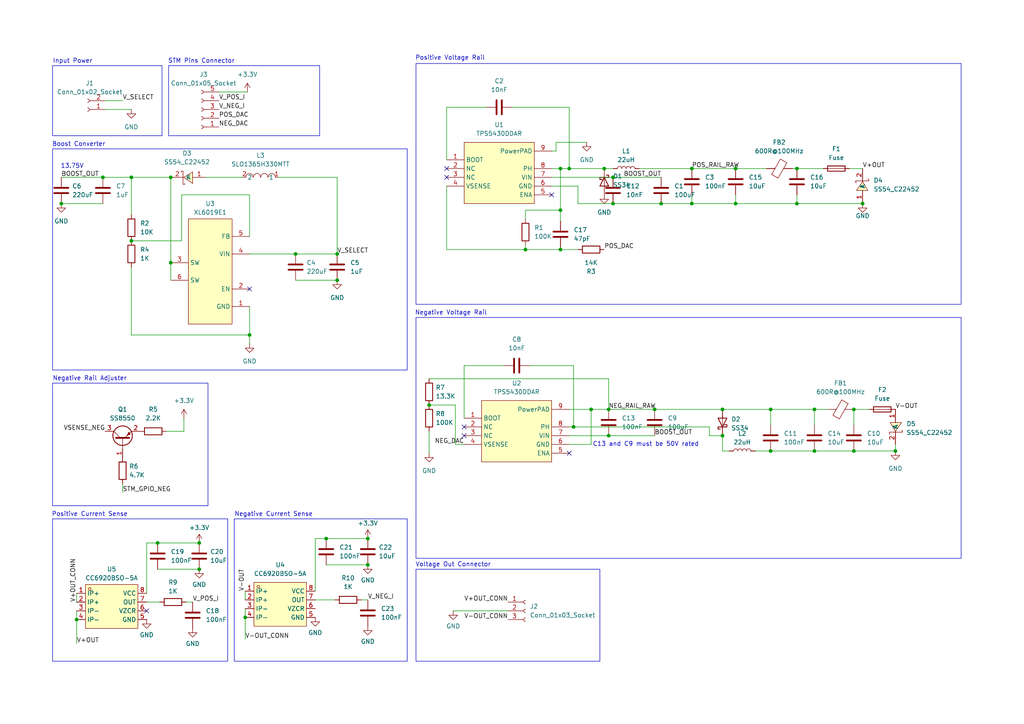
<source format=kicad_sch>
(kicad_sch (version 20250114) (generator "eeschema") (generator_version "9.0")
  (paper "A4")
  (lib_symbols
    (symbol "Connector:Conn_01x02_Socket" (pin_names (offset 1.016) (hide yes))
      (property "Reference" "J" (at 0 2.54 0))
      (property "Value" "Conn_01x02_Socket" (at 0 -5.08 0))
      (symbol "Conn_01x02_Socket_1_1"
        (polyline (pts (xy -1.27 0) (xy -0.508 0)) (stroke (width 0.1524)))
        (polyline (pts (xy -1.27 -2.54) (xy -0.508 -2.54)) (stroke (width 0.1524)))
        (arc (start 0 -0.508) (mid -0.5058 0) (end 0 0.508) (stroke (width 0.1524)))
        (arc (start 0 -3.048) (mid -0.5058 -2.54) (end 0 -2.032) (stroke (width 0.1524)))
        (pin passive line (at -5.08 0 0) (length 3.81) (name "Pin_1") (number "1"))
        (pin passive line (at -5.08 -2.54 0) (length 3.81) (name "Pin_2") (number "2"))
      )
    )
    (symbol "Connector:Conn_01x03_Socket" (pin_names (offset 1.016) (hide yes))
      (property "Reference" "J" (at 0 5.08 0))
      (property "Value" "Conn_01x03_Socket" (at 0 -5.08 0))
      (symbol "Conn_01x03_Socket_1_1"
        (polyline (pts (xy -1.27 2.54) (xy -0.508 2.54)) (stroke (width 0.1524)))
        (polyline (pts (xy -1.27 0) (xy -0.508 0)) (stroke (width 0.1524)))
        (polyline (pts (xy -1.27 -2.54) (xy -0.508 -2.54)) (stroke (width 0.1524)))
        (arc (start 0 2.032) (mid -0.5058 2.54) (end 0 3.048) (stroke (width 0.1524)))
        (arc (start 0 -0.508) (mid -0.5058 0) (end 0 0.508) (stroke (width 0.1524)))
        (arc (start 0 -3.048) (mid -0.5058 -2.54) (end 0 -2.032) (stroke (width 0.1524)))
        (pin passive line (at -5.08 2.54 0) (length 3.81) (name "Pin_1") (number "1"))
        (pin passive line (at -5.08 0 0) (length 3.81) (name "Pin_2") (number "2"))
        (pin passive line (at -5.08 -2.54 0) (length 3.81) (name "Pin_3") (number "3"))
      )
    )
    (symbol "Connector:Conn_01x05_Socket" (pin_names (offset 1.016) (hide yes))
      (property "Reference" "J" (at 0 7.62 0))
      (property "Value" "Conn_01x05_Socket" (at 0 -7.62 0))
      (symbol "Conn_01x05_Socket_1_1"
        (polyline (pts (xy -1.27 5.08) (xy -0.508 5.08)) (stroke (width 0.1524)))
        (polyline (pts (xy -1.27 2.54) (xy -0.508 2.54)) (stroke (width 0.1524)))
        (polyline (pts (xy -1.27 0) (xy -0.508 0)) (stroke (width 0.1524)))
        (polyline (pts (xy -1.27 -2.54) (xy -0.508 -2.54)) (stroke (width 0.1524)))
        (polyline (pts (xy -1.27 -5.08) (xy -0.508 -5.08)) (stroke (width 0.1524)))
        (arc (start 0 4.572) (mid -0.5058 5.08) (end 0 5.588) (stroke (width 0.1524)))
        (arc (start 0 2.032) (mid -0.5058 2.54) (end 0 3.048) (stroke (width 0.1524)))
        (arc (start 0 -0.508) (mid -0.5058 0) (end 0 0.508) (stroke (width 0.1524)))
        (arc (start 0 -3.048) (mid -0.5058 -2.54) (end 0 -2.032) (stroke (width 0.1524)))
        (arc (start 0 -5.588) (mid -0.5058 -5.08) (end 0 -4.572) (stroke (width 0.1524)))
        (pin passive line (at -5.08 5.08 0) (length 3.81) (name "Pin_1") (number "1"))
        (pin passive line (at -5.08 2.54 0) (length 3.81) (name "Pin_2") (number "2"))
        (pin passive line (at -5.08 0 0) (length 3.81) (name "Pin_3") (number "3"))
        (pin passive line (at -5.08 -2.54 0) (length 3.81) (name "Pin_4") (number "4"))
        (pin passive line (at -5.08 -5.08 0) (length 3.81) (name "Pin_5") (number "5"))
      )
    )
    (symbol "Device:C" (pin_numbers (hide yes)) (pin_names (offset 0.254))
      (property "Reference" "C" (at 0.635 2.54 0))
      (property "Value" "C" (at 0.635 -2.54 0))
      (symbol "C_0_1"
        (polyline (pts (xy -2.032 0.762) (xy 2.032 0.762)) (stroke (width 0.508)))
        (polyline (pts (xy -2.032 -0.762) (xy 2.032 -0.762)) (stroke (width 0.508)))
      )
      (symbol "C_1_1"
        (pin passive line (at 0 3.81 270) (length 2.794) (name "~") (number "1"))
        (pin passive line (at 0 -3.81 90) (length 2.794) (name "~") (number "2"))
      )
    )
    (symbol "Device:FerriteBead" (pin_numbers (hide yes)) (pin_names (offset 0))
      (property "Reference" "FB" (at -3.81 0.635 90))
      (property "Value" "FerriteBead" (at 3.81 0 90))
      (symbol "FerriteBead_0_1"
        (polyline (pts (xy -2.7686 0.4064) (xy -1.7018 2.2606) (xy 2.7686 -0.3048) (xy 1.6764 -2.159) (xy -2.7686 0.4064)))
        (polyline (pts (xy 0 1.27) (xy 0 1.2954)))
        (polyline (pts (xy 0 -1.27) (xy 0 -1.2192)))
      )
      (symbol "FerriteBead_1_1"
        (pin passive line (at 0 3.81 270) (length 2.54) (name "~") (number "1"))
        (pin passive line (at 0 -3.81 90) (length 2.54) (name "~") (number "2"))
      )
    )
    (symbol "Device:Fuse" (pin_numbers (hide yes)) (pin_names (offset 0))
      (property "Reference" "F" (at 2.032 0 90))
      (property "Value" "Fuse" (at -1.905 0 90))
      (symbol "Fuse_0_1"
        (rectangle (start -0.762 -2.54) (end 0.762 2.54) (stroke (width 0.254)))
        (polyline (pts (xy 0 2.54) (xy 0 -2.54)))
      )
      (symbol "Fuse_1_1"
        (pin passive line (at 0 3.81 270) (length 1.27) (name "~") (number "1"))
        (pin passive line (at 0 -3.81 90) (length 1.27) (name "~") (number "2"))
      )
    )
    (symbol "Device:L" (pin_numbers (hide yes)) (pin_names (offset 1.016) (hide yes))
      (property "Reference" "L" (at -1.27 0 90))
      (property "Value" "L" (at 1.905 0 90))
      (symbol "L_0_1"
        (arc (start 0 2.54) (mid 0.6323 1.905) (end 0 1.27))
        (arc (start 0 1.27) (mid 0.6323 0.635) (end 0 0))
        (arc (start 0 0) (mid 0.6323 -0.635) (end 0 -1.27))
        (arc (start 0 -1.27) (mid 0.6323 -1.905) (end 0 -2.54))
      )
      (symbol "L_1_1"
        (pin passive line (at 0 3.81 270) (length 1.27) (name "1") (number "1"))
        (pin passive line (at 0 -3.81 90) (length 1.27) (name "2") (number "2"))
      )
    )
    (symbol "Device:R" (pin_numbers (hide yes)) (pin_names (offset 0))
      (property "Reference" "R" (at 2.032 0 90))
      (property "Value" "R" (at 0 0 90))
      (symbol "R_0_1"
        (rectangle (start -1.016 -2.54) (end 1.016 2.54) (stroke (width 0.254)))
      )
      (symbol "R_1_1"
        (pin passive line (at 0 3.81 270) (length 1.27) (name "~") (number "1"))
        (pin passive line (at 0 -3.81 90) (length 1.27) (name "~") (number "2"))
      )
    )
    (symbol "Diode:SS34" (pin_numbers (hide yes)) (pin_names (offset 1.016) (hide yes))
      (property "Reference" "D" (at 0 2.54 0))
      (property "Value" "SS34" (at 0 -2.54 0))
      (symbol "SS34_0_1"
        (polyline (pts (xy -1.905 0.635) (xy -1.905 1.27) (xy -1.27 1.27) (xy -1.27 -1.27) (xy -0.635 -1.27) (xy -0.635 -0.635)) (stroke (width 0.254)))
        (polyline (pts (xy 1.27 1.27) (xy 1.27 -1.27) (xy -1.27 0) (xy 1.27 1.27)) (stroke (width 0.254)))
        (polyline (pts (xy 1.27 0) (xy -1.27 0)))
      )
      (symbol "SS34_1_1"
        (pin passive line (at -3.81 0 0) (length 2.54) (name "K") (number "1"))
        (pin passive line (at 3.81 0 180) (length 2.54) (name "A") (number "2"))
      )
    )
    (symbol "ROCKETRY_EASYEDA:TPS5430DDAR"
      (property "Reference" "U" (at 0 11.43 0))
      (property "Value" "TPS5430DDAR" (at 0 -11.43 0))
      (symbol "TPS5430DDAR_0_1"
        (rectangle (start -10.16 8.89) (end 10.16 -8.89) (fill (type background)))
        (pin unspecified line (at -15.24 3.81 0) (length 5.08) (name "BOOT") (number "1"))
        (pin unspecified line (at -15.24 1.27 0) (length 5.08) (name "NC") (number "2"))
        (pin unspecified line (at -15.24 -1.27 0) (length 5.08) (name "NC") (number "3"))
        (pin unspecified line (at -15.24 -3.81 0) (length 5.08) (name "VSENSE") (number "4"))
        (pin unspecified line (at 15.24 6.35 180) (length 5.08) (name "PowerPAD") (number "9"))
        (pin unspecified line (at 15.24 1.27 180) (length 5.08) (name "PH") (number "8"))
        (pin unspecified line (at 15.24 -1.27 180) (length 5.08) (name "VIN") (number "7"))
        (pin unspecified line (at 15.24 -3.81 180) (length 5.08) (name "GND") (number "6"))
        (pin unspecified line (at 15.24 -6.35 180) (length 5.08) (name "ENA") (number "5"))
      )
    )
    (symbol "Rocketry_Easyeda:CC6920BSO-5A"
      (property "Reference" "U" (at 0 8.89 0))
      (property "Value" "CC6920BSO-5A" (at 0 -8.89 0))
      (symbol "CC6920BSO-5A_0_1"
        (rectangle (start -7.62 6.35) (end 7.62 -6.35) (fill (type background)))
        (circle (center -6.35 5.08) (radius 0.38))
        (pin unspecified line (at -10.16 3.81 0) (length 2.54) (name "IP+") (number "1"))
        (pin unspecified line (at -10.16 1.27 0) (length 2.54) (name "IP+") (number "2"))
        (pin unspecified line (at -10.16 -1.27 0) (length 2.54) (name "IP-") (number "3"))
        (pin unspecified line (at -10.16 -3.81 0) (length 2.54) (name "IP-") (number "4"))
        (pin unspecified line (at 10.16 3.81 180) (length 2.54) (name "VCC") (number "8"))
        (pin unspecified line (at 10.16 1.27 180) (length 2.54) (name "OUT") (number "7"))
        (pin unspecified line (at 10.16 -1.27 180) (length 2.54) (name "VZCR") (number "6"))
        (pin unspecified line (at 10.16 -3.81 180) (length 2.54) (name "GND") (number "5"))
      )
    )
    (symbol "Rocketry_Easyeda:SLO1365H330MTT"
      (property "Reference" "L" (at 0 5.08 0))
      (property "Value" "SLO1365H330MTT" (at 0 -5.08 0))
      (symbol "SLO1365H330MTT_0_1"
        (arc (start -2.27 -0.02) (mid -3.28 -1.1255) (end -4.29 -0.02))
        (arc (start -0.11 -0.02) (mid -1.12 -1.1204) (end -2.13 -0.02))
        (arc (start 2.04 -0.02) (mid 1.03 -1.1204) (end 0.02 -0.02))
        (arc (start 4.23 -0.02) (mid 3.22 -1.1204) (end 2.21 -0.02))
        (pin unspecified line (at -5.08 0 0) (length 0.762) (name "1") (number "1"))
        (pin unspecified line (at 5.08 0 180) (length 0.762) (name "2") (number "2"))
      )
    )
    (symbol "Rocketry_Easyeda:SS54_C22452"
      (property "Reference" "D" (at 0 5.08 0))
      (property "Value" "SS54_C22452" (at 0 -5.08 0))
      (symbol "SS54_C22452_0_1"
        (polyline (pts (xy -2.03 1.52) (xy -2.03 1.78) (xy -1.52 1.78) (xy -1.52 -2.03) (xy -1.02 -2.03) (xy -1.02 -1.78)))
        (polyline (pts (xy 1.27 1.52) (xy -1.27 0) (xy 1.27 -1.78) (xy 1.27 1.52)) (fill (type background)))
        (pin unspecified line (at -5.08 0 0) (length 3.81) (name "K") (number "2"))
        (pin unspecified line (at 5.08 0 180) (length 3.81) (name "A") (number "1"))
      )
    )
    (symbol "Rocketry_Easyeda:XL6019E1"
      (property "Reference" "U" (at 0 15.24 0))
      (property "Value" "XL6019E1" (at 0 -15.24 0))
      (symbol "XL6019E1_0_1"
        (rectangle (start -6.35 15.24) (end 6.35 -15.24) (fill (type background)))
        (pin unspecified line (at -11.43 2.54 0) (length 5.08) (name "SW") (number "3"))
        (pin unspecified line (at -11.43 -2.54 0) (length 5.08) (name "SW") (number "6"))
        (pin unspecified line (at 11.43 10.16 180) (length 5.08) (name "FB") (number "5"))
        (pin unspecified line (at 11.43 5.08 180) (length 5.08) (name "VIN") (number "4"))
        (pin unspecified line (at 11.43 -5.08 180) (length 5.08) (name "EN") (number "2"))
        (pin unspecified line (at 11.43 -10.16 180) (length 5.08) (name "GND") (number "1"))
      )
    )
    (symbol "Transistor_BJT:SS8550" (pin_names (offset 0) (hide yes))
      (property "Reference" "Q" (at 5.08 1.905 0))
      (property "Value" "SS8550" (at 5.08 0 0))
      (symbol "SS8550_0_1"
        (polyline (pts (xy -2.54 0) (xy 0.635 0)))
        (polyline (pts (xy 0.635 1.905) (xy 0.635 -1.905)) (stroke (width 0.508)))
        (polyline (pts (xy 0.635 0.635) (xy 2.54 2.54)))
        (polyline (pts (xy 0.635 -0.635) (xy 2.54 -2.54)))
        (circle (center 1.27 0) (radius 2.8194) (stroke (width 0.254)))
        (polyline (pts (xy 2.286 -1.778) (xy 1.778 -2.286) (xy 1.27 -1.27) (xy 2.286 -1.778)) (fill (type outline)))
      )
      (symbol "SS8550_1_1"
        (pin input line (at -5.08 0 0) (length 2.54) (name "B") (number "1"))
        (pin passive line (at 2.54 5.08 270) (length 2.54) (name "C") (number "3"))
        (pin passive line (at 2.54 -5.08 90) (length 2.54) (name "E") (number "2"))
      )
    )
    (symbol "power:+3.3V" (power) (pin_numbers (hide yes)) (pin_names (offset 0) (hide yes))
      (property "Value" "+3.3V" (at 0 3.556 0))
      (symbol "+3.3V_0_1"
        (polyline (pts (xy -0.762 1.27) (xy 0 2.54)))
        (polyline (pts (xy 0 2.54) (xy 0.762 1.27)))
        (polyline (pts (xy 0 0) (xy 0 2.54)))
      )
      (symbol "+3.3V_1_1"
        (pin power_in line (at 0 0 90) (length 0) (name "~") (number "1"))
      )
    )
    (symbol "power:GND" (power) (pin_numbers (hide yes)) (pin_names (offset 0) (hide yes))
      (property "Value" "GND" (at 0 -3.81 0))
      (symbol "GND_0_1"
        (polyline (pts (xy 0 0) (xy 0 -1.27) (xy 1.27 -1.27) (xy 0 -2.54) (xy -1.27 -1.27) (xy 0 -1.27)))
      )
      (symbol "GND_1_1"
        (pin power_in line (at 0 0 270) (length 0) (name "~") (number "1"))
      )
    )
  )
  (rectangle (start 120.65 165.1) (end 173.99 191.77))
  (rectangle (start 67.945 150.495) (end 118.11 191.77))
  (rectangle (start 15.24 19.05) (end 46.99 39.37))
  (rectangle (start 15.24 43.18) (end 118.11 107.315))
  (rectangle (start 120.65 92.075) (end 278.765 161.925))
  (rectangle (start 120.65 18.415) (end 278.765 88.265))
  (rectangle (start 15.24 111.125) (end 60.325 146.685))
  (rectangle (start 15.24 150.495) (end 66.04 191.77))
  (rectangle (start 48.895 19.05) (end 92.71 39.37))
  (text "Boost Converter" (at 22.86 41.91 0) (effects (font (size 1.27 1.27))))
  (text "Voltage Out Connector" (at 131.445 163.83 0) (effects (font (size 1.27 1.27))))
  (text "STM Pins Connector" (at 58.42 17.78 0) (effects (font (size 1.27 1.27))))
  (text "Positive Voltage Rail" (at 130.556 16.891 0) (effects (font (size 1.27 1.27))))
  (text "Input Power" (at 21.082 17.78 0) (effects (font (size 1.27 1.27))))
  (text "13.75V" (at 20.955 48.26 0) (effects (font (size 1.27 1.27))))
  (text "Negative Voltage Rail" (at 130.81 90.805 0) (effects (font (size 1.27 1.27))))
  (text "Positive Current Sense" (at 26.035 149.225 0) (effects (font (size 1.27 1.27))))
  (text "Negative Rail Adjuster" (at 26.035 109.855 0) (effects (font (size 1.27 1.27))))
  (text "C13 and C9 must be 50V rated" (at 187.325 128.905 0) (effects (font (size 1.27 1.27))))
  (text "Negative Current Sense" (at 79.375 149.225 0) (effects (font (size 1.27 1.27))))
  (junction (at 165.1 48.895))
  (junction (at 22.225 179.705))
  (junction (at 191.77 59.055))
  (junction (at 162.56 60.96))
  (junction (at 152.4 72.39))
  (junction (at 177.8 51.435))
  (junction (at 247.65 118.745))
  (junction (at 177.8 59.055))
  (junction (at 213.36 48.895))
  (junction (at 57.785 157.48))
  (junction (at 49.53 51.435))
  (junction (at 250.19 59.055))
  (junction (at 162.56 72.39))
  (junction (at 97.79 73.66))
  (junction (at 97.79 81.28))
  (junction (at 124.46 117.475))
  (junction (at 236.22 118.745))
  (junction (at 231.14 48.895))
  (junction (at 166.37 123.825))
  (junction (at 57.785 165.1))
  (junction (at 106.68 156.21))
  (junction (at 200.66 48.895))
  (junction (at 49.53 76.2))
  (junction (at 85.725 73.66))
  (junction (at 231.14 59.055))
  (junction (at 236.22 130.81))
  (junction (at 259.715 130.81))
  (junction (at 94.615 156.21))
  (junction (at 200.66 59.055))
  (junction (at 71.12 179.07))
  (junction (at 162.56 48.895))
  (junction (at 247.65 130.81))
  (junction (at 213.36 59.055))
  (junction (at 17.78 59.055))
  (junction (at 171.45 118.745))
  (junction (at 176.53 126.365))
  (junction (at 175.26 48.895))
  (junction (at 223.52 118.745))
  (junction (at 209.55 126.365))
  (junction (at 38.1 51.435))
  (junction (at 106.68 163.83))
  (junction (at 209.55 118.745))
  (junction (at 45.72 157.48))
  (junction (at 72.39 97.155))
  (junction (at 223.52 130.81))
  (junction (at 38.1 69.85))
  (junction (at 176.53 118.745))
  (junction (at 189.865 118.745))
  (junction (at 29.845 51.435))
  (no_connect (at 165.1 131.445))
  (no_connect (at 72.39 83.82))
  (no_connect (at 129.54 48.895))
  (no_connect (at 134.62 123.825))
  (no_connect (at 160.02 56.515))
  (no_connect (at 42.545 177.165))
  (no_connect (at 134.62 126.365))
  (no_connect (at 129.54 51.435))
  (wire (pts (xy 185.42 48.895) (xy 200.66 48.895)))
  (wire (pts (xy 132.08 117.475) (xy 132.08 128.905)))
  (wire (pts (xy 72.39 97.155) (xy 72.39 88.9)))
  (wire (pts (xy 177.8 51.435) (xy 191.77 51.435)))
  (wire (pts (xy 247.65 118.745) (xy 252.095 118.745)))
  (wire (pts (xy 162.56 64.135) (xy 162.56 60.96)))
  (wire (pts (xy 152.4 60.96) (xy 152.4 63.5)))
  (wire (pts (xy 161.29 41.275) (xy 170.18 41.275)))
  (wire (pts (xy 38.1 51.435) (xy 38.1 62.23)))
  (wire (pts (xy 166.37 123.825) (xy 205.74 123.825)))
  (wire (pts (xy 162.56 72.39) (xy 167.64 72.39)))
  (wire (pts (xy 165.1 118.745) (xy 171.45 118.745)))
  (wire (pts (xy 205.74 126.365) (xy 209.55 126.365)))
  (wire (pts (xy 213.36 59.055) (xy 200.66 59.055)))
  (wire (pts (xy 71.12 171.45) (xy 71.12 173.99)))
  (wire (pts (xy 85.725 73.66) (xy 72.39 73.66)))
  (wire (pts (xy 247.65 130.81) (xy 236.22 130.81)))
  (wire (pts (xy 124.46 125.095) (xy 124.46 131.445)))
  (wire (pts (xy 38.1 31.75) (xy 30.48 31.75)))
  (wire (pts (xy 22.225 179.705) (xy 22.225 186.69)))
  (wire (pts (xy 161.29 41.275) (xy 161.29 43.815)))
  (wire (pts (xy 176.53 109.855) (xy 176.53 118.745)))
  (wire (pts (xy 29.845 51.435) (xy 38.1 51.435)))
  (wire (pts (xy 219.075 130.81) (xy 223.52 130.81)))
  (wire (pts (xy 52.705 69.85) (xy 52.705 56.515)))
  (wire (pts (xy 71.12 179.07) (xy 71.12 185.42)))
  (wire (pts (xy 57.785 157.48) (xy 45.72 157.48)))
  (wire (pts (xy 189.865 118.745) (xy 209.55 118.745)))
  (wire (pts (xy 38.1 51.435) (xy 49.53 51.435)))
  (wire (pts (xy 17.78 51.435) (xy 29.845 51.435)))
  (wire (pts (xy 53.975 174.625) (xy 55.88 174.625)))
  (wire (pts (xy 200.66 48.895) (xy 213.36 48.895)))
  (wire (pts (xy 213.36 56.515) (xy 213.36 59.055)))
  (wire (pts (xy 231.14 59.055) (xy 250.19 59.055)))
  (wire (pts (xy 165.1 123.825) (xy 166.37 123.825)))
  (wire (pts (xy 148.59 31.115) (xy 165.1 31.115)))
  (wire (pts (xy 223.52 118.745) (xy 223.52 123.19)))
  (wire (pts (xy 42.545 157.48) (xy 42.545 172.085)))
  (wire (pts (xy 160.02 51.435) (xy 177.8 51.435)))
  (wire (pts (xy 176.53 118.745) (xy 189.865 118.745)))
  (wire (pts (xy 166.37 106.045) (xy 166.37 123.825)))
  (wire (pts (xy 52.705 56.515) (xy 72.39 56.515)))
  (wire (pts (xy 104.775 173.99) (xy 106.68 173.99)))
  (wire (pts (xy 38.1 69.85) (xy 52.705 69.85)))
  (wire (pts (xy 162.56 48.895) (xy 165.1 48.895)))
  (wire (pts (xy 152.4 72.39) (xy 129.54 72.39)))
  (wire (pts (xy 229.87 48.895) (xy 231.14 48.895)))
  (wire (pts (xy 236.22 130.81) (xy 223.52 130.81)))
  (wire (pts (xy 71.12 176.53) (xy 71.12 179.07)))
  (wire (pts (xy 85.725 73.66) (xy 97.79 73.66)))
  (wire (pts (xy 160.02 48.895) (xy 162.56 48.895)))
  (wire (pts (xy 259.715 130.81) (xy 247.65 130.81)))
  (wire (pts (xy 132.08 128.905) (xy 134.62 128.905)))
  (wire (pts (xy 152.4 72.39) (xy 162.56 72.39)))
  (wire (pts (xy 124.46 109.855) (xy 176.53 109.855)))
  (wire (pts (xy 171.45 118.745) (xy 171.45 128.905)))
  (wire (pts (xy 97.155 173.99) (xy 91.44 173.99)))
  (wire (pts (xy 167.64 59.055) (xy 177.8 59.055)))
  (wire (pts (xy 35.56 142.875) (xy 35.56 140.335)))
  (wire (pts (xy 191.77 59.055) (xy 200.66 59.055)))
  (wire (pts (xy 177.8 59.055) (xy 191.77 59.055)))
  (wire (pts (xy 134.62 106.045) (xy 146.05 106.045)))
  (wire (pts (xy 213.36 48.895) (xy 222.25 48.895)))
  (wire (pts (xy 153.67 106.045) (xy 166.37 106.045)))
  (wire (pts (xy 91.44 156.21) (xy 91.44 171.45)))
  (wire (pts (xy 129.54 46.355) (xy 129.54 31.115)))
  (wire (pts (xy 259.715 128.905) (xy 259.715 130.81)))
  (wire (pts (xy 152.4 71.12) (xy 152.4 72.39)))
  (wire (pts (xy 45.72 157.48) (xy 42.545 157.48)))
  (wire (pts (xy 38.1 77.47) (xy 38.1 97.155)))
  (wire (pts (xy 131.445 177.165) (xy 147.32 177.165)))
  (wire (pts (xy 209.55 130.81) (xy 209.55 126.365)))
  (wire (pts (xy 162.56 60.96) (xy 152.4 60.96)))
  (wire (pts (xy 71.755 26.67) (xy 63.5 26.67)))
  (wire (pts (xy 236.22 118.745) (xy 240.03 118.745)))
  (wire (pts (xy 231.14 48.895) (xy 238.76 48.895)))
  (wire (pts (xy 162.56 48.895) (xy 162.56 60.96)))
  (wire (pts (xy 205.74 123.825) (xy 205.74 126.365)))
  (wire (pts (xy 48.26 125.095) (xy 53.34 125.095)))
  (wire (pts (xy 165.1 48.895) (xy 175.26 48.895)))
  (wire (pts (xy 129.54 31.115) (xy 140.97 31.115)))
  (wire (pts (xy 22.225 172.085) (xy 22.225 174.625)))
  (wire (pts (xy 45.72 165.1) (xy 57.785 165.1)))
  (wire (pts (xy 161.29 43.815) (xy 160.02 43.815)))
  (wire (pts (xy 165.1 126.365) (xy 176.53 126.365)))
  (wire (pts (xy 200.66 56.515) (xy 200.66 59.055)))
  (wire (pts (xy 106.68 156.21) (xy 94.615 156.21)))
  (wire (pts (xy 42.545 174.625) (xy 46.355 174.625)))
  (wire (pts (xy 49.53 51.435) (xy 49.53 76.2)))
  (wire (pts (xy 171.45 118.745) (xy 176.53 118.745)))
  (wire (pts (xy 176.53 126.365) (xy 189.865 126.365)))
  (wire (pts (xy 30.48 29.21) (xy 35.56 29.21)))
  (wire (pts (xy 38.1 97.155) (xy 72.39 97.155)))
  (wire (pts (xy 17.78 59.055) (xy 29.845 59.055)))
  (wire (pts (xy 223.52 118.745) (xy 236.22 118.745)))
  (wire (pts (xy 85.725 81.28) (xy 97.79 81.28)))
  (wire (pts (xy 209.55 130.81) (xy 211.455 130.81)))
  (wire (pts (xy 124.46 117.475) (xy 132.08 117.475)))
  (wire (pts (xy 129.54 53.975) (xy 129.54 72.39)))
  (wire (pts (xy 94.615 163.83) (xy 106.68 163.83)))
  (wire (pts (xy 231.14 59.055) (xy 213.36 59.055)))
  (wire (pts (xy 59.69 51.435) (xy 70.485 51.435)))
  (wire (pts (xy 165.1 128.905) (xy 171.45 128.905)))
  (wire (pts (xy 209.55 118.745) (xy 223.52 118.745)))
  (wire (pts (xy 134.62 121.285) (xy 134.62 106.045)))
  (wire (pts (xy 49.53 76.2) (xy 49.53 81.28)))
  (wire (pts (xy 72.39 56.515) (xy 72.39 68.58)))
  (wire (pts (xy 162.56 72.39) (xy 162.56 71.755)))
  (wire (pts (xy 246.38 48.895) (xy 250.19 48.895)))
  (wire (pts (xy 231.14 56.515) (xy 231.14 59.055)))
  (wire (pts (xy 53.34 125.095) (xy 53.34 121.285)))
  (wire (pts (xy 165.1 31.115) (xy 165.1 48.895)))
  (wire (pts (xy 80.645 51.435) (xy 97.79 51.435)))
  (wire (pts (xy 94.615 156.21) (xy 91.44 156.21)))
  (wire (pts (xy 72.39 99.695) (xy 72.39 97.155)))
  (wire (pts (xy 22.225 177.165) (xy 22.225 179.705)))
  (wire (pts (xy 175.26 48.895) (xy 177.8 48.895)))
  (wire (pts (xy 160.02 53.975) (xy 167.64 53.975)))
  (wire (pts (xy 247.65 123.19) (xy 247.65 118.745)))
  (wire (pts (xy 236.22 118.745) (xy 236.22 123.19)))
  (wire (pts (xy 167.64 53.975) (xy 167.64 59.055)))
  (wire (pts (xy 97.79 51.435) (xy 97.79 73.66)))
  (label "VSENSE_NEG" (at 30.48 125.095 180))
  (label "V-OUT" (at 71.12 171.45 90))
  (label "BOOST_OUT" (at 189.865 126.365 0))
  (label "V+OUT_CONN" (at 22.225 174.625 90))
  (label "POS_DAC" (at 63.5 34.29 0))
  (label "POS_RAIL_RAW" (at 200.66 48.895 0))
  (label "V_NEG_I" (at 63.5 31.75 0))
  (label "V+OUT" (at 250.19 48.895 0))
  (label "V_SELECT" (at 35.56 29.21 0))
  (label "V-OUT_CONN" (at 147.32 179.705 180))
  (label "V_SELECT" (at 97.79 73.66 0))
  (label "V-OUT_CONN" (at 71.12 185.42 0))
  (label "V+OUT" (at 22.225 186.69 0))
  (label "NEG_DAC" (at 134.62 128.905 180))
  (label "V_POS_I" (at 63.5 29.21 0))
  (label "V+OUT_CONN" (at 147.32 174.625 180))
  (label "POS_DAC" (at 175.26 72.39 0))
  (label "V-OUT" (at 259.715 118.745 0))
  (label "NEG_DAC" (at 63.5 36.83 0))
  (label "STM_GPIO_NEG" (at 35.56 142.875 0))
  (label "V_NEG_I" (at 106.68 173.99 0))
  (label "BOOST_OUT" (at 191.77 51.435 180))
  (label "V_POS_I" (at 55.88 174.625 0))
  (label "NEG_RAIL_RAW" (at 176.53 118.745 0))
  (label "BOOST_OUT" (at 17.78 51.435 0))
  (symbol (lib_id "power:+3.3V") (at 71.755 26.67 0) (unit 1)
    (property "Reference" "#PWR020" (effects (hide yes)))
    (property "Value" "+3.3V" (at 71.755 21.59 0))
    (property "Description" "Power symbol creates a global label with name \"+3.3V\"" (effects (hide yes)))
  )
  (symbol (lib_id "Device:R") (at 35.56 136.525 180) (unit 1)
    (property "Reference" "R6" (at 37.465 135.2549 0) (effects (justify right)))
    (property "Value" "4.7K" (at 37.465 137.7949 0) (effects (justify right)))
    (property "Description" "Resistor" (effects (hide yes)))
  )
  (symbol (lib_id "power:GND") (at 97.79 81.28 0) (unit 1)
    (property "Reference" "#PWR04" (effects (hide yes)))
    (property "Value" "GND" (at 97.79 86.36 0))
    (property "Description" "Power symbol creates a global label with name \"GND\" , ground" (effects (hide yes)))
  )
  (symbol (lib_id "power:GND") (at 106.68 163.83 0) (unit 1)
    (property "Reference" "#PWR016" (effects (hide yes)))
    (property "Value" "GND" (at 106.68 168.275 0))
    (property "Description" "Power symbol creates a global label with name \"GND\" , ground" (effects (hide yes)))
  )
  (symbol (lib_id "Connector:Conn_01x02_Socket") (at 25.4 31.75 180) (unit 1)
    (property "Reference" "J1" (at 26.035 24.13 0))
    (property "Value" "Conn_01x02_Socket" (at 26.035 26.67 0))
    (property "Description" "Generic connector, single row, 01x02, script generated" (effects (hide yes)))
  )
  (symbol (lib_id "Device:C") (at 189.865 122.555 180) (unit 1)
    (property "Reference" "C9" (at 193.675 121.2849 0) (effects (justify right)))
    (property "Value" "100uF" (at 193.675 123.8249 0) (effects (justify right)))
    (property "Description" "Unpolarized capacitor" (effects (hide yes)))
  )
  (symbol (lib_id "Device:C") (at 247.65 127 180) (unit 1)
    (property "Reference" "C10" (at 251.46 125.7299 0) (effects (justify right)))
    (property "Value" "10uF" (at 251.46 128.2699 0) (effects (justify right)))
    (property "Description" "Unpolarized capacitor" (effects (hide yes)))
  )
  (symbol (lib_id "power:GND") (at 259.715 130.81 0) (unit 1)
    (property "Reference" "#PWR014" (effects (hide yes)))
    (property "Value" "GND" (at 259.715 135.89 0))
    (property "Description" "Power symbol creates a global label with name \"GND\" , ground" (effects (hide yes)))
  )
  (symbol (lib_id "Device:C") (at 162.56 67.945 0) (unit 1)
    (property "Reference" "C17" (at 166.37 66.6749 0) (effects (justify left)))
    (property "Value" "47pF" (at 166.37 69.2149 0) (effects (justify left)))
    (property "Description" "Unpolarized capacitor" (effects (hide yes)))
  )
  (symbol (lib_id "power:GND") (at 250.19 59.055 0) (unit 1)
    (property "Reference" "#PWR03" (effects (hide yes)))
    (property "Value" "GND" (at 250.19 62.611 0))
    (property "Description" "Power symbol creates a global label with name \"GND\" , ground" (effects (hide yes)))
  )
  (symbol (lib_id "Rocketry_Easyeda:SS54_C22452") (at 54.61 51.435 0) (unit 1)
    (property "Reference" "D3" (at 54.23 44.45 0))
    (property "Value" "SS54_C22452" (at 54.23 46.99 0))
    (property "Footprint" "Rocketry_Easyeda:SMA_L4.4-W2.8-LS5.4-R-RD" (effects (hide yes)))
    (property "Datasheet" "https://lcsc.com/product-detail/Schottky-Barrier-Diodes-SBD_SS54_C22452.html" (effects (hide yes)))
    (property "LCSC Part" "C22452" (effects (hide yes)))
  )
  (symbol (lib_id "Diode:SS34") (at 175.26 52.705 270) (unit 1)
    (property "Reference" "D1" (at 177.8 51.1174 90) (effects (justify left)))
    (property "Value" "SS34" (at 177.8 53.6574 90) (effects (justify left)))
    (property "Footprint" "Diode_SMD:D_SMA" (effects (hide yes)))
    (property "Datasheet" "https://www.vishay.com/docs/88751/ss32.pdf" (effects (hide yes)))
    (property "Description" "40V 3A Schottky Diode, SMA" (effects (hide yes)))
  )
  (symbol (lib_id "ROCKETRY_EASYEDA:TPS5430DDAR") (at 149.86 125.095 0) (unit 1)
    (property "Reference" "U2" (at 149.86 111.125 0))
    (property "Value" "TPS5430DDAR" (at 149.86 113.665 0))
    (property "Footprint" "Rocketry_Easyeda:ESOP-8_L4.9-W3.9-P1.27-LS6.0-TL-EP" (effects (hide yes)))
    (property "Datasheet" "https://lcsc.com/product-detail/DC-DC-Converters_TI_TPS5430DDAR_TPS5430DDAR_C9864.html" (effects (hide yes)))
    (property "LCSC Part" "C9864" (effects (hide yes)))
  )
  (symbol (lib_id "power:GND") (at 38.1 31.75 0) (unit 1)
    (property "Reference" "#PWR01" (effects (hide yes)))
    (property "Value" "GND" (at 38.1 36.83 0))
    (property "Description" "Power symbol creates a global label with name \"GND\" , ground" (effects (hide yes)))
  )
  (symbol (lib_id "Device:C") (at 144.78 31.115 90) (unit 1)
    (property "Reference" "C2" (at 144.78 23.495 90))
    (property "Value" "10nF" (at 144.78 26.035 90))
    (property "Description" "Unpolarized capacitor" (effects (hide yes)))
  )
  (symbol (lib_id "Device:R") (at 152.4 67.31 0) (unit 1)
    (property "Reference" "R1" (at 154.94 66.0399 0) (effects (justify left)))
    (property "Value" "100K" (at 154.94 68.5799 0) (effects (justify left)))
    (property "Description" "Resistor" (effects (hide yes)))
  )
  (symbol (lib_id "Device:C") (at 191.77 55.245 0) (unit 1)
    (property "Reference" "C1" (at 195.58 53.9749 0) (effects (justify left)))
    (property "Value" "100uF" (at 195.58 56.5149 0) (effects (justify left)))
    (property "Description" "Unpolarized capacitor" (effects (hide yes)))
  )
  (symbol (lib_id "power:+3.3V") (at 57.785 157.48 0) (unit 1)
    (property "Reference" "#PWR08" (effects (hide yes)))
    (property "Value" "+3.3V" (at 57.785 153.035 0))
    (property "Description" "Power symbol creates a global label with name \"+3.3V\"" (effects (hide yes)))
  )
  (symbol (lib_id "Device:C") (at 57.785 161.29 0) (unit 1)
    (property "Reference" "C20" (at 60.96 160.0199 0) (effects (justify left)))
    (property "Value" "10uF" (at 60.96 162.5599 0) (effects (justify left)))
    (property "Description" "Unpolarized capacitor" (effects (hide yes)))
  )
  (symbol (lib_id "Device:R") (at 38.1 73.66 0) (unit 1)
    (property "Reference" "R4" (at 40.64 72.3899 0) (effects (justify left)))
    (property "Value" "1K" (at 40.64 74.9299 0) (effects (justify left)))
    (property "Description" "Resistor" (effects (hide yes)))
  )
  (symbol (lib_id "Device:FerriteBead") (at 226.06 48.895 90) (unit 1)
    (property "Reference" "FB2" (at 226.0092 41.275 90))
    (property "Value" "600R@100MHz" (at 226.0092 43.815 90))
    (property "Description" "Ferrite bead" (effects (hide yes)))
  )
  (symbol (lib_id "power:+3.3V") (at 106.68 156.21 0) (unit 1)
    (property "Reference" "#PWR015" (effects (hide yes)))
    (property "Value" "+3.3V" (at 106.68 151.765 0))
    (property "Description" "Power symbol creates a global label with name \"+3.3V\"" (effects (hide yes)))
  )
  (symbol (lib_id "Device:Fuse") (at 255.905 118.745 90) (unit 1)
    (property "Reference" "F2" (at 255.905 113.03 90))
    (property "Value" "Fuse" (at 255.905 115.57 90))
    (property "Description" "Fuse" (effects (hide yes)))
  )
  (symbol (lib_id "Device:R") (at 171.45 72.39 90) (mirror x) (unit 1)
    (property "Reference" "R3" (at 171.45 78.74 90))
    (property "Value" "14K" (at 171.45 76.2 90))
    (property "Description" "Resistor" (effects (hide yes)))
  )
  (symbol (lib_id "Rocketry_Easyeda:SS54_C22452") (at 259.715 123.825 90) (unit 1)
    (property "Reference" "D5" (at 262.89 122.9349 90) (effects (justify right)))
    (property "Value" "SS54_C22452" (at 262.89 125.4749 90) (effects (justify right)))
    (property "Footprint" "Rocketry_Easyeda:SMA_L4.4-W2.8-LS5.4-R-RD" (effects (hide yes)))
    (property "Datasheet" "https://lcsc.com/product-detail/Schottky-Barrier-Diodes-SBD_SS54_C22452.html" (effects (hide yes)))
    (property "LCSC Part" "C22452" (effects (hide yes)))
  )
  (symbol (lib_id "power:+3.3V") (at 53.34 121.285 0) (unit 1)
    (property "Reference" "#PWR06" (effects (hide yes)))
    (property "Value" "+3.3V" (at 53.34 116.205 0))
    (property "Description" "Power symbol creates a global label with name \"+3.3V\"" (effects (hide yes)))
  )
  (symbol (lib_id "Connector:Conn_01x03_Socket") (at 152.4 177.165 0) (unit 1)
    (property "Reference" "J2" (at 153.67 175.8949 0) (effects (justify left)))
    (property "Value" "Conn_01x03_Socket" (at 153.67 178.4349 0) (effects (justify left)))
    (property "Description" "Generic connector, single row, 01x03, script generated" (effects (hide yes)))
  )
  (symbol (lib_id "power:GND") (at 91.44 179.07 0) (unit 1)
    (property "Reference" "#PWR018" (effects (hide yes)))
    (property "Value" "GND" (at 91.44 183.515 0))
    (property "Description" "Power symbol creates a global label with name \"GND\" , ground" (effects (hide yes)))
  )
  (symbol (lib_id "ROCKETRY_EASYEDA:TPS5430DDAR") (at 144.78 50.165 0) (unit 1)
    (property "Reference" "U1" (at 144.78 36.195 0))
    (property "Value" "TPS5430DDAR" (at 144.78 38.735 0))
    (property "Footprint" "Rocketry_Easyeda:ESOP-8_L4.9-W3.9-P1.27-LS6.0-TL-EP" (effects (hide yes)))
    (property "Datasheet" "https://lcsc.com/product-detail/DC-DC-Converters_TI_TPS5430DDAR_TPS5430DDAR_C9864.html" (effects (hide yes)))
    (property "LCSC Part" "C9864" (effects (hide yes)))
  )
  (symbol (lib_id "Rocketry_Easyeda:SLO1365H330MTT") (at 75.565 51.435 180) (unit 1)
    (property "Reference" "L3" (at 75.565 45.085 0))
    (property "Value" "SLO1365H330MTT" (at 75.565 47.625 0))
    (property "Footprint" "Rocketry_Easyeda:IND-SMD_L14.4-W12.8_SLO1365H" (effects (hide yes)))
    (property "Datasheet" "https://lcsc.com/product-detail/Others_Sunltech-Tech-SLO1365H330MTT_C364090.html" (effects (hide yes)))
    (property "LCSC Part" "C364090" (effects (hide yes)))
  )
  (symbol (lib_id "Device:R") (at 38.1 66.04 0) (unit 1)
    (property "Reference" "R2" (at 40.64 64.7699 0) (effects (justify left)))
    (property "Value" "10K" (at 40.64 67.3099 0) (effects (justify left)))
    (property "Description" "Resistor" (effects (hide yes)))
  )
  (symbol (lib_id "Device:C") (at 85.725 77.47 0) (unit 1)
    (property "Reference" "C4" (at 88.9 76.1999 0) (effects (justify left)))
    (property "Value" "220uF" (at 88.9 78.7399 0) (effects (justify left)))
    (property "Description" "Unpolarized capacitor" (effects (hide yes)))
  )
  (symbol (lib_id "Device:R") (at 124.46 113.665 0) (unit 1)
    (property "Reference" "R7" (at 126.365 112.3949 0) (effects (justify left)))
    (property "Value" "13.3K" (at 126.365 114.9349 0) (effects (justify left)))
    (property "Description" "Resistor" (effects (hide yes)))
  )
  (symbol (lib_id "Device:C") (at 176.53 122.555 0) (unit 1)
    (property "Reference" "C13" (at 180.34 121.2849 0) (effects (justify left)))
    (property "Value" "100nF" (at 180.34 123.8249 0) (effects (justify left)))
    (property "Description" "Unpolarized capacitor" (effects (hide yes)))
  )
  (symbol (lib_id "Rocketry_Easyeda:CC6920BSO-5A") (at 81.28 175.26 0) (unit 1)
    (property "Reference" "U4" (at 81.28 163.83 0))
    (property "Value" "CC6920BSO-5A" (at 81.28 166.37 0))
    (property "Footprint" "Rocketry_Easyeda:SOP-8_L4.9-W3.9-P1.27-LS6.0-BL" (effects (hide yes)))
    (property "LCSC Part" "C2880430" (effects (hide yes)))
  )
  (symbol (lib_id "power:GND") (at 57.785 165.1 0) (unit 1)
    (property "Reference" "#PWR010" (effects (hide yes)))
    (property "Value" "GND" (at 57.785 169.545 0))
    (property "Description" "Power symbol creates a global label with name \"GND\" , ground" (effects (hide yes)))
  )
  (symbol (lib_id "Device:R") (at 50.165 174.625 90) (unit 1)
    (property "Reference" "R9" (at 50.165 168.91 90))
    (property "Value" "1K" (at 50.165 171.45 90))
    (property "Description" "Resistor" (effects (hide yes)))
  )
  (symbol (lib_id "power:GND") (at 17.78 59.055 0) (unit 1)
    (property "Reference" "#PWR012" (effects (hide yes)))
    (property "Value" "GND" (at 17.78 64.135 0))
    (property "Description" "Power symbol creates a global label with name \"GND\" , ground" (effects (hide yes)))
  )
  (symbol (lib_id "Device:C") (at 17.78 55.245 0) (unit 1)
    (property "Reference" "C6" (at 20.955 53.9749 0) (effects (justify left)))
    (property "Value" "220uF" (at 20.955 56.5149 0) (effects (justify left)))
    (property "Description" "Unpolarized capacitor" (effects (hide yes)))
  )
  (symbol (lib_id "Device:R") (at 124.46 121.285 0) (unit 1)
    (property "Reference" "R8" (at 126.365 120.0149 0) (effects (justify left)))
    (property "Value" "100K" (at 126.365 122.5549 0) (effects (justify left)))
    (property "Description" "Resistor" (effects (hide yes)))
  )
  (symbol (lib_id "Device:C") (at 236.22 127 180) (unit 1)
    (property "Reference" "C14" (at 240.03 125.7299 0) (effects (justify right)))
    (property "Value" "10uF" (at 240.03 128.2699 0) (effects (justify right)))
    (property "Description" "Unpolarized capacitor" (effects (hide yes)))
  )
  (symbol (lib_id "Device:C") (at 200.66 52.705 0) (unit 1)
    (property "Reference" "C3" (at 204.47 51.4349 0) (effects (justify left)))
    (property "Value" "100nF" (at 204.47 53.9749 0) (effects (justify left)))
    (property "Description" "Unpolarized capacitor" (effects (hide yes)))
  )
  (symbol (lib_id "Device:C") (at 213.36 52.705 0) (unit 1)
    (property "Reference" "C15" (at 217.17 51.4349 0) (effects (justify left)))
    (property "Value" "10uF" (at 217.17 53.9749 0) (effects (justify left)))
    (property "Description" "Unpolarized capacitor" (effects (hide yes)))
  )
  (symbol (lib_id "Device:C") (at 45.72 161.29 0) (unit 1)
    (property "Reference" "C19" (at 49.53 160.0199 0) (effects (justify left)))
    (property "Value" "100nF" (at 49.53 162.5599 0) (effects (justify left)))
    (property "Description" "Unpolarized capacitor" (effects (hide yes)))
  )
  (symbol (lib_id "Rocketry_Easyeda:CC6920BSO-5A") (at 32.385 175.895 0) (unit 1)
    (property "Reference" "U5" (at 32.385 165.1 0))
    (property "Value" "CC6920BSO-5A" (at 32.385 167.64 0))
    (property "Footprint" "Rocketry_Easyeda:SOP-8_L4.9-W3.9-P1.27-LS6.0-BL" (effects (hide yes)))
    (property "LCSC Part" "C2880430" (effects (hide yes)))
  )
  (symbol (lib_id "Diode:SS34") (at 209.55 122.555 90) (unit 1)
    (property "Reference" "D2" (at 212.09 121.6024 90) (effects (justify right)))
    (property "Value" "SS34" (at 212.09 124.1424 90) (effects (justify right)))
    (property "Footprint" "Diode_SMD:D_SMA" (effects (hide yes)))
    (property "Datasheet" "https://www.vishay.com/docs/88751/ss32.pdf" (effects (hide yes)))
    (property "Description" "40V 3A Schottky Diode, SMA" (effects (hide yes)))
  )
  (symbol (lib_id "power:GND") (at 175.26 56.515 0) (unit 1)
    (property "Reference" "#PWR09" (effects (hide yes)))
    (property "Value" "GND" (at 175.26 61.595 0))
    (property "Description" "Power symbol creates a global label with name \"GND\" , ground" (effects (hide yes)))
  )
  (symbol (lib_id "power:GND") (at 131.445 177.165 0) (unit 1)
    (property "Reference" "#PWR019" (effects (hide yes)))
    (property "Value" "GND" (at 131.445 181.61 0))
    (property "Description" "Power symbol creates a global label with name \"GND\" , ground" (effects (hide yes)))
  )
  (symbol (lib_id "Device:C") (at 149.86 106.045 90) (unit 1)
    (property "Reference" "C8" (at 149.86 98.425 90))
    (property "Value" "10nF" (at 149.86 100.965 90))
    (property "Description" "Unpolarized capacitor" (effects (hide yes)))
  )
  (symbol (lib_id "Device:C") (at 106.68 177.8 0) (unit 1)
    (property "Reference" "C23" (at 110.49 176.5299 0) (effects (justify left)))
    (property "Value" "100nF" (at 110.49 179.0699 0) (effects (justify left)))
    (property "Description" "Unpolarized capacitor" (effects (hide yes)))
  )
  (symbol (lib_id "power:GND") (at 72.39 99.695 0) (unit 1)
    (property "Reference" "#PWR02" (effects (hide yes)))
    (property "Value" "GND" (at 72.39 104.775 0))
    (property "Description" "Power symbol creates a global label with name \"GND\" , ground" (effects (hide yes)))
  )
  (symbol (lib_id "Device:C") (at 97.79 77.47 0) (unit 1)
    (property "Reference" "C5" (at 101.6 76.1999 0) (effects (justify left)))
    (property "Value" "1uF" (at 101.6 78.7399 0) (effects (justify left)))
    (property "Description" "Unpolarized capacitor" (effects (hide yes)))
  )
  (symbol (lib_id "Device:R") (at 44.45 125.095 90) (unit 1)
    (property "Reference" "R5" (at 44.45 118.745 90))
    (property "Value" "2.2K" (at 44.45 121.285 90))
    (property "Description" "Resistor" (effects (hide yes)))
  )
  (symbol (lib_id "Connector:Conn_01x05_Socket") (at 58.42 31.75 180) (unit 1)
    (property "Reference" "J3" (at 59.055 21.59 0))
    (property "Value" "Conn_01x05_Socket" (at 59.055 24.13 0))
    (property "Description" "Generic connector, single row, 01x05, script generated" (effects (hide yes)))
  )
  (symbol (lib_id "Rocketry_Easyeda:XL6019E1") (at 60.96 78.74 0) (unit 1)
    (property "Reference" "U3" (at 60.96 59.055 0))
    (property "Value" "XL6019E1" (at 60.96 61.595 0))
    (property "Footprint" "Rocketry_Easyeda:TO-263-5_L10.2-W9.9-P1.70-LS14.4-TL" (effects (hide yes)))
    (property "Datasheet" "https://lcsc.com/product-detail/DC-DC-Converters_XL6019E1_C73018.html" (effects (hide yes)))
    (property "LCSC Part" "C73018" (effects (hide yes)))
  )
  (symbol (lib_id "power:GND") (at 106.68 181.61 0) (unit 1)
    (property "Reference" "#PWR017" (effects (hide yes)))
    (property "Value" "GND" (at 106.68 186.055 0))
    (property "Description" "Power symbol creates a global label with name \"GND\" , ground" (effects (hide yes)))
  )
  (symbol (lib_id "Device:C") (at 94.615 160.02 0) (unit 1)
    (property "Reference" "C21" (at 98.425 158.7499 0) (effects (justify left)))
    (property "Value" "100nF" (at 98.425 161.2899 0) (effects (justify left)))
    (property "Description" "Unpolarized capacitor" (effects (hide yes)))
  )
  (symbol (lib_id "Rocketry_Easyeda:SS54_C22452") (at 250.19 53.975 270) (unit 1)
    (property "Reference" "D4" (at 253.365 52.3249 90) (effects (justify left)))
    (property "Value" "SS54_C22452" (at 253.365 54.8649 90) (effects (justify left)))
    (property "Footprint" "Rocketry_Easyeda:SMA_L4.4-W2.8-LS5.4-R-RD" (effects (hide yes)))
    (property "Datasheet" "https://lcsc.com/product-detail/Schottky-Barrier-Diodes-SBD_SS54_C22452.html" (effects (hide yes)))
    (property "LCSC Part" "C22452" (effects (hide yes)))
  )
  (symbol (lib_id "power:GND") (at 42.545 179.705 0) (unit 1)
    (property "Reference" "#PWR07" (effects (hide yes)))
    (property "Value" "GND" (at 42.545 184.15 0))
    (property "Description" "Power symbol creates a global label with name \"GND\" , ground" (effects (hide yes)))
  )
  (symbol (lib_id "Device:R") (at 100.965 173.99 90) (unit 1)
    (property "Reference" "R10" (at 100.965 167.64 90))
    (property "Value" "1K" (at 100.965 170.18 90))
    (property "Description" "Resistor" (effects (hide yes)))
  )
  (symbol (lib_id "power:GND") (at 55.88 182.245 0) (unit 1)
    (property "Reference" "#PWR011" (effects (hide yes)))
    (property "Value" "GND" (at 55.88 186.69 0))
    (property "Description" "Power symbol creates a global label with name \"GND\" , ground" (effects (hide yes)))
  )
  (symbol (lib_id "Device:Fuse") (at 242.57 48.895 90) (unit 1)
    (property "Reference" "F1" (at 242.57 43.18 90))
    (property "Value" "Fuse" (at 242.57 45.72 90))
    (property "Description" "Fuse" (effects (hide yes)))
  )
  (symbol (lib_id "Device:C") (at 55.88 178.435 0) (unit 1)
    (property "Reference" "C18" (at 59.69 177.1649 0) (effects (justify left)))
    (property "Value" "100nF" (at 59.69 179.7049 0) (effects (justify left)))
    (property "Description" "Unpolarized capacitor" (effects (hide yes)))
  )
  (symbol (lib_id "Device:C") (at 223.52 127 180) (unit 1)
    (property "Reference" "C11" (at 227.33 125.7299 0) (effects (justify right)))
    (property "Value" "100nF" (at 227.33 128.2699 0) (effects (justify right)))
    (property "Description" "Unpolarized capacitor" (effects (hide yes)))
  )
  (symbol (lib_id "Transistor_BJT:SS8550") (at 35.56 127.635 90) (unit 1)
    (property "Reference" "Q1" (at 35.56 118.745 90))
    (property "Value" "SS8550" (at 35.56 121.285 90))
    (property "Footprint" "Package_TO_SOT_SMD:SOT-23" (effects (hide yes)))
    (property "Datasheet" "http://www.secosgmbh.com/datasheet/products/SSMPTransistor/SOT-23/SS8550.pdf" (effects (hide yes)))
    (property "Description" "General Purpose PNP Transistor, 1.5A Ic, 25V Vce, SOT-23" (effects (hide yes)))
  )
  (symbol (lib_id "power:GND") (at 170.18 41.275 0) (unit 1)
    (property "Reference" "#PWR05" (effects (hide yes)))
    (property "Value" "GND" (at 170.18 46.355 0))
    (property "Description" "Power symbol creates a global label with name \"GND\" , ground" (effects (hide yes)))
  )
  (symbol (lib_id "Device:C") (at 177.8 55.245 0) (unit 1)
    (property "Reference" "C12" (at 181.61 53.9749 0) (effects (justify left)))
    (property "Value" "10nF" (at 181.61 56.5149 0) (effects (justify left)))
    (property "Description" "Unpolarized capacitor" (effects (hide yes)))
  )
  (symbol (lib_id "Device:C") (at 106.68 160.02 0) (unit 1)
    (property "Reference" "C22" (at 109.855 158.7499 0) (effects (justify left)))
    (property "Value" "10uF" (at 109.855 161.2899 0) (effects (justify left)))
    (property "Description" "Unpolarized capacitor" (effects (hide yes)))
  )
  (symbol (lib_id "Device:L") (at 215.265 130.81 90) (unit 1)
    (property "Reference" "L2" (at 215.265 125.73 90))
    (property "Value" "22uH" (at 215.265 128.27 90))
    (property "Description" "C168163" (effects (hide yes)))
  )
  (symbol (lib_id "Device:C") (at 29.845 55.245 0) (unit 1)
    (property "Reference" "C7" (at 33.655 53.9749 0) (effects (justify left)))
    (property "Value" "1uF" (at 33.655 56.5149 0) (effects (justify left)))
    (property "Description" "Unpolarized capacitor" (effects (hide yes)))
  )
  (symbol (lib_id "power:GND") (at 124.46 131.445 0) (unit 1)
    (property "Reference" "#PWR013" (effects (hide yes)))
    (property "Value" "GND" (at 124.46 136.525 0))
    (property "Description" "Power symbol creates a global label with name \"GND\" , ground" (effects (hide yes)))
  )
  (symbol (lib_id "Device:L") (at 181.61 48.895 90) (unit 1)
    (property "Reference" "L1" (at 181.61 43.815 90))
    (property "Value" "22uH" (at 181.61 46.355 90))
    (property "Description" "C168163" (effects (hide yes)))
  )
  (symbol (lib_id "Device:C") (at 231.14 52.705 0) (unit 1)
    (property "Reference" "C16" (at 234.95 51.4349 0) (effects (justify left)))
    (property "Value" "10uF" (at 234.95 53.9749 0) (effects (justify left)))
    (property "Description" "Unpolarized capacitor" (effects (hide yes)))
  )
  (symbol (lib_id "Device:FerriteBead") (at 243.84 118.745 90) (unit 1)
    (property "Reference" "FB1" (at 243.7892 111.125 90))
    (property "Value" "600R@100MHz" (at 243.7892 113.665 90))
    (property "Description" "Ferrite bead" (effects (hide yes)))
  )
)
</source>
